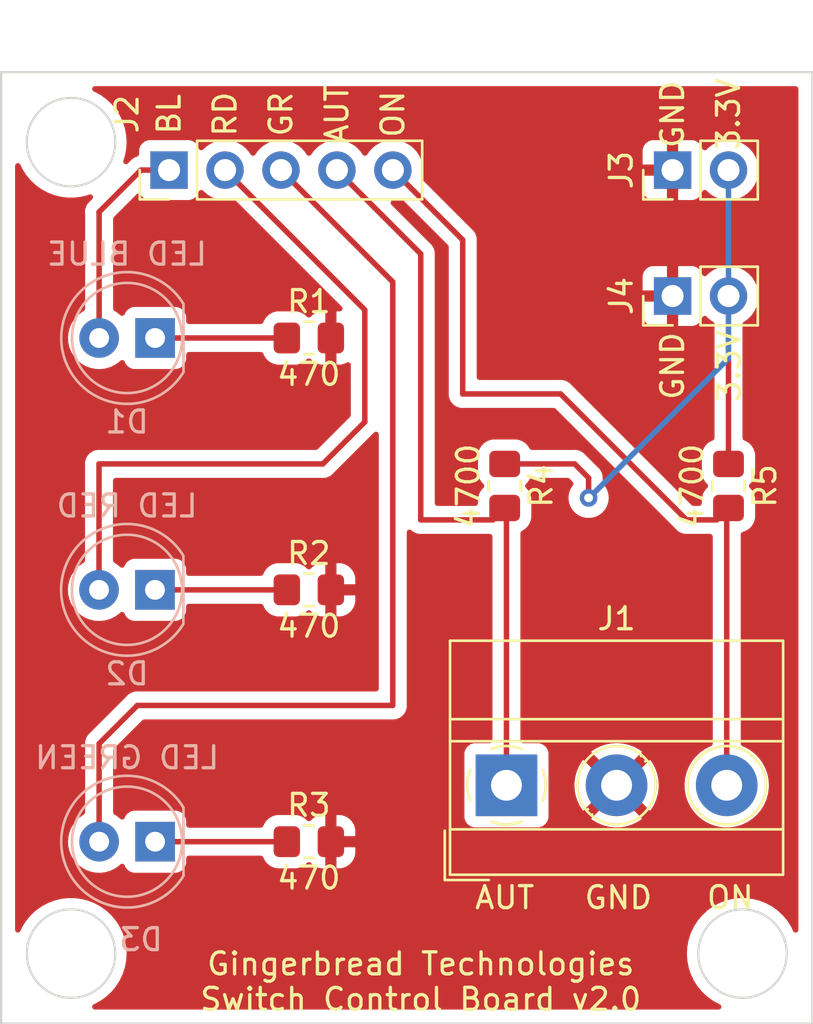
<source format=kicad_pcb>
(kicad_pcb (version 20211014) (generator pcbnew)
  (layers (0 "F.Cu" signal) (31 "B.Cu" signal) (34 "B.Paste" user) (35 "F.Paste" user) (36 "B.SilkS" user "B.Silkscreen") (37 "F.SilkS" user "F.Silkscreen") (38 "B.Mask" user) (39 "F.Mask" user) (44 "Edge.Cuts" user))
  (net 0 "")
  (net 1 "Net-(D1-Pad1)")
  (net 2 "Net-(D1-Pad2)")
  (net 3 "Net-(D2-Pad1)")
  (net 4 "Net-(D2-Pad2)")
  (net 5 "Net-(D3-Pad1)")
  (net 6 "Net-(D3-Pad2)")
  (net 7 "GND")
  (net 8 "+3.3V")
  (net 9 "Net-(J2-Pad4)")
  (net 10 "Net-(J2-Pad5)")
  (footprint "Connector_PinHeader_2.54mm:PinHeader_1x02_P2.54mm_Vertical" (layer "F.Cu") (at 155.575 86.36 90)
    (fp_text reference "J3" (at 0 -2.33 90) (layer "F.SilkS"))
    (fp_text value "Conn_01x02_Female")
    (fp_text user "3.3V" (at 2.54 2.54 90 unlocked) (layer "F.SilkS"))
    (fp_text user "GND" (at 2.54 0 90 unlocked) (layer "F.SilkS"))
    (fp_line (start -1.33 -1.33) (end 0 -1.33) (layer "F.SilkS") (width 0.12))
    (fp_line (start -1.33 1.27) (end -1.33 3.87) (layer "F.SilkS") (width 0.12))
    (fp_line (start -1.33 0) (end -1.33 -1.33) (layer "F.SilkS") (width 0.12))
    (fp_line (start -1.33 3.87) (end 1.33 3.87) (layer "F.SilkS") (width 0.12))
    (fp_line (start -1.33 1.27) (end 1.33 1.27) (layer "F.SilkS") (width 0.12))
    (fp_line (start 1.33 1.27) (end 1.33 3.87) (layer "F.SilkS") (width 0.12))
    (pad "1" thru_hole rect (at 0 0 90) (size 1.7 1.7) (drill 1) (layers *.Cu *.Mask) (net 7 "GND"))
    (pad "2" thru_hole oval (at 0 2.54 90) (size 1.7 1.7) (drill 1) (layers *.Cu *.Mask) (net 8 "+3.3V"))
  )
  (footprint "TerminalBlock_MetzConnect:TerminalBlock_MetzConnect_Type011_RT05503HBWC_1x03_P5.00mm_Horizontal" (layer "F.Cu") (at 148.035 114.28)
    (fp_text reference "J1" (at 5 -7.56) (layer "F.SilkS"))
    (fp_text value "Screw_Terminal_01x03")
    (fp_text user "AUT" (at -0.08 5.1 unlocked) (layer "F.SilkS"))
    (fp_text user "ON" (at 10.16 5.1 unlocked) (layer "F.SilkS"))
    (fp_text user "GND" (at 5.08 5.1 unlocked) (layer "F.SilkS"))
    (fp_line (start 11.133 -1.35) (end 11.108 -1.326) (layer "F.SilkS") (width 0.12))
    (fp_line (start 6.35 -1.133) (end 6.301 -1.083) (layer "F.SilkS") (width 0.12))
    (fp_line (start 8.7 1.083) (end 8.65 1.133) (layer "F.SilkS") (width 0.12))
    (fp_line (start -2.8 4.3) (end -0.8 4.3) (layer "F.SilkS") (width 0.12))
    (fp_line (start -2.56 -6.56) (end 12.56 -6.56) (layer "F.SilkS") (width 0.12))
    (fp_line (start -2.56 -6.56) (end -2.56 4.06) (layer "F.SilkS") (width 0.12))
    (fp_line (start 3.892 1.325) (end 3.868 1.35) (layer "F.SilkS") (width 0.12))
    (fp_line (start 8.892 1.325) (end 8.868 1.35) (layer "F.SilkS") (width 0.12))
    (fp_line (start -2.56 -2) (end 12.56 -2) (layer "F.SilkS") (width 0.12))
    (fp_line (start -2.56 2) (end 12.56 2) (layer "F.SilkS") (width 0.12))
    (fp_line (start -2.56 4.06) (end 12.56 4.06) (layer "F.SilkS") (width 0.12))
    (fp_line (start 12.56 -6.56) (end 12.56 4.06) (layer "F.SilkS") (width 0.12))
    (fp_line (start -2.8 2.06) (end -2.8 4.3) (layer "F.SilkS") (width 0.12))
    (fp_line (start 11.35 -1.133) (end 11.301 -1.083) (layer "F.SilkS") (width 0.12))
    (fp_line (start 6.133 -1.35) (end 6.108 -1.326) (layer "F.SilkS") (width 0.12))
    (fp_line (start 3.7 1.083) (end 3.65 1.133) (layer "F.SilkS") (width 0.12))
    (fp_line (start -2.56 -3) (end 12.56 -3) (layer "F.SilkS") (width 0.12))
    (fp_arc (start 0.695501 1.638499) (mid 0.354875 1.744266) (end 0 1.78) (layer "F.SilkS") (width 0.12))
    (fp_arc (start 0.030814 1.78039) (mid -0.340023 1.747891) (end -0.696 1.639) (layer "F.SilkS") (width 0.12))
    (fp_arc (start 1.639206 -0.695516) (mid 1.780657 0.000263) (end 1.639 0.696) (layer "F.SilkS") (width 0.12))
    (fp_arc (start -0.695516 -1.639206) (mid 0.000263 -1.780657) (end 0.696 -1.639) (layer "F.SilkS") (width 0.12))
    (fp_arc (start -1.639206 0.695516) (mid -1.780657 -0.000263) (end -1.639 -0.696) (layer "F.SilkS") (width 0.12))
    (fp_circle (center 10 0) (end 11.78 0) (layer "F.SilkS") (width 0.12) (fill none))
    (fp_circle (center 5 0) (end 6.78 0) (layer "F.SilkS") (width 0.12) (fill none))
    (pad "1" thru_hole rect (at 0 0) (size 2.8 2.8) (drill 1.4) (layers *.Cu *.Mask) (net 9 "Net-(J2-Pad4)"))
    (pad "2" thru_hole circle (at 5 0) (size 2.8 2.8) (drill 1.4) (layers *.Cu *.Mask) (net 7 "GND"))
    (pad "3" thru_hole circle (at 10 0) (size 2.8 2.8) (drill 1.4) (layers *.Cu *.Mask) (net 10 "Net-(J2-Pad5)"))
  )
  (footprint "Resistor_SMD:R_0805_2012Metric_Pad1.20x1.40mm_HandSolder" (layer "F.Cu") (at 139.065 105.41)
    (fp_text reference "R2" (at 0 -1.65) (layer "F.SilkS"))
    (fp_text value "470" (at 0 1.65) (layer "F.SilkS"))
    (fp_line (start -0.227064 -0.735) (end 0.227064 -0.735) (layer "F.SilkS") (width 0.12))
    (fp_line (start -0.227064 0.735) (end 0.227064 0.735) (layer "F.SilkS") (width 0.12))
    (pad "1" smd roundrect (at -1 0) (size 1.2 1.4) (layers "F.Cu" "F.Paste" "F.Mask") (roundrect_rratio 0.2083333333) (net 3 "Net-(D2-Pad1)"))
    (pad "2" smd roundrect (at 1 0) (size 1.2 1.4) (layers "F.Cu" "F.Paste" "F.Mask") (roundrect_rratio 0.2083333333) (net 7 "GND"))
  )
  (footprint "Resistor_SMD:R_0805_2012Metric_Pad1.20x1.40mm_HandSolder" (layer "F.Cu") (at 139.065 116.84)
    (fp_text reference "R3" (at 0 -1.65) (layer "F.SilkS"))
    (fp_text value "470" (at 0 1.65) (layer "F.SilkS"))
    (fp_line (start -0.227064 0.735) (end 0.227064 0.735) (layer "F.SilkS") (width 0.12))
    (fp_line (start -0.227064 -0.735) (end 0.227064 -0.735) (layer "F.SilkS") (width 0.12))
    (pad "1" smd roundrect (at -1 0) (size 1.2 1.4) (layers "F.Cu" "F.Paste" "F.Mask") (roundrect_rratio 0.2083333333) (net 5 "Net-(D3-Pad1)"))
    (pad "2" smd roundrect (at 1 0) (size 1.2 1.4) (layers "F.Cu" "F.Paste" "F.Mask") (roundrect_rratio 0.2083333333) (net 7 "GND"))
  )
  (footprint "Connector_PinHeader_2.54mm:PinHeader_1x05_P2.54mm_Vertical" (layer "F.Cu") (at 132.72 86.36 90)
    (fp_text reference "J2" (at 2.54 -1.91 90) (layer "F.SilkS"))
    (fp_text value "Conn_01x05_Female")
    (fp_text user "BL" (at 2.54 0 90 unlocked) (layer "F.SilkS"))
    (fp_text user "GR" (at 2.54 5.08 90 unlocked) (layer "F.SilkS"))
    (fp_text user "ON" (at 2.54 10.16 90 unlocked) (layer "F.SilkS"))
    (fp_text user "AUT" (at 2.54 7.62 90 unlocked) (layer "F.SilkS"))
    (fp_text user "RD" (at 2.54 2.54 90 unlocked) (layer "F.SilkS"))
    (fp_line (start 1.33 1.27) (end 1.33 11.49) (layer "F.SilkS") (width 0.12))
    (fp_line (start -1.33 0) (end -1.33 -1.33) (layer "F.SilkS") (width 0.12))
    (fp_line (start -1.33 -1.33) (end 0 -1.33) (layer "F.SilkS") (width 0.12))
    (fp_line (start -1.33 1.27) (end -1.33 11.49) (layer "F.SilkS") (width 0.12))
    (fp_line (start -1.33 1.27) (end 1.33 1.27) (layer "F.SilkS") (width 0.12))
    (fp_line (start -1.33 11.49) (end 1.33 11.49) (layer "F.SilkS") (width 0.12))
    (pad "1" thru_hole rect (at 0 0 90) (size 1.7 1.7) (drill 1) (layers *.Cu *.Mask) (net 2 "Net-(D1-Pad2)"))
    (pad "2" thru_hole oval (at 0 2.54 90) (size 1.7 1.7) (drill 1) (layers *.Cu *.Mask) (net 4 "Net-(D2-Pad2)"))
    (pad "3" thru_hole oval (at 0 5.08 90) (size 1.7 1.7) (drill 1) (layers *.Cu *.Mask) (net 6 "Net-(D3-Pad2)"))
    (pad "4" thru_hole oval (at 0 7.62 90) (size 1.7 1.7) (drill 1) (layers *.Cu *.Mask) (net 9 "Net-(J2-Pad4)"))
    (pad "5" thru_hole oval (at 0 10.16 90) (size 1.7 1.7) (drill 1) (layers *.Cu *.Mask) (net 10 "Net-(J2-Pad5)"))
  )
  (footprint "Resistor_SMD:R_0805_2012Metric_Pad1.20x1.40mm_HandSolder" (layer "F.Cu") (at 147.955 100.695 -90)
    (fp_text reference "R4" (at 0 -1.65 90) (layer "F.SilkS"))
    (fp_text value "4700" (at 0 1.65 90) (layer "F.SilkS"))
    (fp_line (start -0.227064 0.735) (end 0.227064 0.735) (layer "F.SilkS") (width 0.12))
    (fp_line (start -0.227064 -0.735) (end 0.227064 -0.735) (layer "F.SilkS") (width 0.12))
    (pad "1" smd roundrect (at -1 0 270) (size 1.2 1.4) (layers "F.Cu" "F.Paste" "F.Mask") (roundrect_rratio 0.2083333333) (net 8 "+3.3V"))
    (pad "2" smd roundrect (at 1 0 270) (size 1.2 1.4) (layers "F.Cu" "F.Paste" "F.Mask") (roundrect_rratio 0.2083333333) (net 9 "Net-(J2-Pad4)"))
  )
  (footprint "Connector_PinHeader_2.54mm:PinHeader_1x02_P2.54mm_Vertical" (layer "F.Cu") (at 155.575 92.075 90)
    (fp_text reference "J4" (at 0 -2.33 90) (layer "F.SilkS"))
    (fp_text value "Conn_01x02_Female")
    (fp_line (start -1.33 0) (end -1.33 -1.33) (layer "F.SilkS") (width 0.12))
    (fp_line (start -1.33 -1.33) (end 0 -1.33) (layer "F.SilkS") (width 0.12))
    (fp_line (start -1.33 1.27) (end -1.33 3.87) (layer "F.SilkS") (width 0.12))
    (fp_line (start -1.33 3.87) (end 1.33 3.87) (layer "F.SilkS") (width 0.12))
    (fp_line (start 1.33 1.27) (end 1.33 3.87) (layer "F.SilkS") (width 0.12))
    (fp_line (start -1.33 1.27) (end 1.33 1.27) (layer "F.SilkS") (width 0.12))
    (pad "1" thru_hole rect (at 0 0 90) (size 1.7 1.7) (drill 1) (layers *.Cu *.Mask) (net 7 "GND"))
    (pad "2" thru_hole oval (at 0 2.54 90) (size 1.7 1.7) (drill 1) (layers *.Cu *.Mask) (net 8 "+3.3V"))
  )
  (footprint "Resistor_SMD:R_0805_2012Metric_Pad1.20x1.40mm_HandSolder" (layer "F.Cu") (at 139.065 93.98)
    (fp_text reference "R1" (at 0 -1.65) (layer "F.SilkS"))
    (fp_text value "470" (at 0 1.65) (layer "F.SilkS"))
    (fp_line (start -0.227064 -0.735) (end 0.227064 -0.735) (layer "F.SilkS") (width 0.12))
    (fp_line (start -0.227064 0.735) (end 0.227064 0.735) (layer "F.SilkS") (width 0.12))
    (pad "1" smd roundrect (at -1 0) (size 1.2 1.4) (layers "F.Cu" "F.Paste" "F.Mask") (roundrect_rratio 0.2083333333) (net 1 "Net-(D1-Pad1)"))
    (pad "2" smd roundrect (at 1 0) (size 1.2 1.4) (layers "F.Cu" "F.Paste" "F.Mask") (roundrect_rratio 0.2083333333) (net 7 "GND"))
  )
  (footprint "Resistor_SMD:R_0805_2012Metric_Pad1.20x1.40mm_HandSolder" (layer "F.Cu") (at 158.115 100.695 -90)
    (fp_text reference "R5" (at 0 -1.65 90) (layer "F.SilkS"))
    (fp_text value "4700" (at 0 1.65 90) (layer "F.SilkS"))
    (fp_line (start -0.227064 0.735) (end 0.227064 0.735) (layer "F.SilkS") (width 0.12))
    (fp_line (start -0.227064 -0.735) (end 0.227064 -0.735) (layer "F.SilkS") (width 0.12))
    (pad "1" smd roundrect (at -1 0 270) (size 1.2 1.4) (layers "F.Cu" "F.Paste" "F.Mask") (roundrect_rratio 0.2083333333) (net 8 "+3.3V"))
    (pad "2" smd roundrect (at 1 0 270) (size 1.2 1.4) (layers "F.Cu" "F.Paste" "F.Mask") (roundrect_rratio 0.2083333333) (net 10 "Net-(J2-Pad5)"))
  )
  (footprint "LED_THT:LED_D5.0mm" (layer "B.Cu") (at 132.085 116.84 180)
    (fp_text reference "D3" (at 0.64 -4.445) (layer "B.SilkS") (effects (justify mirror)))
    (fp_text value "LED GREEN" (at 1.27 3.81 180) (layer "B.SilkS") (effects (justify mirror)))
    (fp_line (start -1.29 1.545) (end -1.29 -1.545) (layer "B.SilkS") (width 0.12))
    (fp_arc (start 4.26 -0.000462) (mid 2.072002 2.880433) (end -1.29 1.54483) (layer "B.SilkS") (width 0.12))
    (fp_arc (start -1.29 -1.54483) (mid 2.072002 -2.880433) (end 4.26 0.000462) (layer "B.SilkS") (width 0.12))
    (fp_circle (center 1.27 0) (end 3.77 0) (layer "B.SilkS") (width 0.12) (fill none))
    (pad "1" thru_hole rect (at 0 0 180) (size 1.8 1.8) (drill 0.9) (layers *.Cu *.Mask) (net 5 "Net-(D3-Pad1)"))
    (pad "2" thru_hole circle (at 2.54 0 180) (size 1.8 1.8) (drill 0.9) (layers *.Cu *.Mask) (net 6 "Net-(D3-Pad2)"))
  )
  (footprint "LED_THT:LED_D5.0mm" (layer "B.Cu") (at 132.08 105.41 180)
    (fp_text reference "D2" (at 1.27 -3.81) (layer "B.SilkS") (effects (justify mirror)))
    (fp_text value "LED RED" (at 1.27 3.81) (layer "B.SilkS") (effects (justify mirror)))
    (fp_line (start -1.29 1.545) (end -1.29 -1.545) (layer "B.SilkS") (width 0.12))
    (fp_arc (start -1.29 -1.54483) (mid 2.072002 -2.880433) (end 4.26 0.000462) (layer "B.SilkS") (width 0.12))
    (fp_arc (start 4.26 -0.000462) (mid 2.072002 2.880433) (end -1.29 1.54483) (layer "B.SilkS") (width 0.12))
    (fp_circle (center 1.27 0) (end 3.77 0) (layer "B.SilkS") (width 0.12) (fill none))
    (pad "1" thru_hole rect (at 0 0 180) (size 1.8 1.8) (drill 0.9) (layers *.Cu *.Mask) (net 3 "Net-(D2-Pad1)"))
    (pad "2" thru_hole circle (at 2.54 0 180) (size 1.8 1.8) (drill 0.9) (layers *.Cu *.Mask) (net 4 "Net-(D2-Pad2)"))
  )
  (footprint "LED_THT:LED_D5.0mm" (layer "B.Cu") (at 132.085 93.98 180)
    (fp_text reference "D1" (at 1.275 -3.81) (layer "B.SilkS") (effects (justify mirror)))
    (fp_text value "LED BLUE" (at 1.275 3.81 180) (layer "B.SilkS") (effects (justify mirror)))
    (fp_line (start -1.29 1.545) (end -1.29 -1.545) (layer "B.SilkS") (width 0.12))
    (fp_arc (start -1.29 -1.54483) (mid 2.072002 -2.880433) (end 4.26 0.000462) (layer "B.SilkS") (width 0.12))
    (fp_arc (start 4.26 -0.000462) (mid 2.072002 2.880433) (end -1.29 1.54483) (layer "B.SilkS") (width 0.12))
    (fp_circle (center 1.27 0) (end 3.77 0) (layer "B.SilkS") (width 0.12) (fill none))
    (pad "1" thru_hole rect (at 0 0 180) (size 1.8 1.8) (drill 0.9) (layers *.Cu *.Mask) (net 1 "Net-(D1-Pad1)"))
    (pad "2" thru_hole circle (at 2.54 0 180) (size 1.8 1.8) (drill 0.9) (layers *.Cu *.Mask) (net 2 "Net-(D1-Pad2)"))
  )
  (gr_line (start 161.925 81.915) (end 161.925 125.095) (layer "Edge.Cuts") (width 0.1))
  (gr_line (start 125.095 125.095) (end 125.095 81.915) (layer "Edge.Cuts") (width 0.1))
  (gr_line (start 161.925 125.095) (end 125.095 125.095) (layer "Edge.Cuts") (width 0.1))
  (gr_circle (center 128.27 121.92) (end 128.905 120.015) (layer "Edge.Cuts") (width 0.1) (fill none))
  (gr_circle (center 158.75 121.92) (end 159.385 120.015) (layer "Edge.Cuts") (width 0.1) (fill none))
  (gr_line (start 125.095 81.915) (end 161.925 81.915) (layer "Edge.Cuts") (width 0.1))
  (gr_circle (center 128.27 85.09) (end 128.905 83.185) (layer "Edge.Cuts") (width 0.1) (fill none))
  (gr_text "3.3V" (at 158.145 95.25 90) (layer "F.SilkS") (effects (font (size 1 1))))
  (gr_text "GND" (at 155.575 95.25 90) (layer "F.SilkS") (effects (font (size 1 1))))
  (gr_text "Gingerbread Technologies\nSwitch Control Board v2.0" (at 144.145 123.19) (layer "F.SilkS") (effects (font (size 1 1))))
  (segment (start 138.065 93.98) (end 132.085 93.98) (width 0.25) (layer "F.Cu") (net 1))
  (segment (start 131.445 86.36) (end 129.54 88.265) (width 0.25) (layer "F.Cu") (net 2))
  (segment (start 132.72 86.36) (end 131.445 86.36) (width 0.25) (layer "F.Cu") (net 2))
  (segment (start 129.54 88.265) (end 129.545 88.27) (width 0.25) (layer "F.Cu") (net 2))
  (segment (start 129.545 88.27) (end 129.545 93.98) (width 0.25) (layer "F.Cu") (net 2))
  (segment (start 138.065 105.41) (end 132.08 105.41) (width 0.25) (layer "F.Cu") (net 3))
  (segment (start 135.26 86.36) (end 141.605 92.705) (width 0.25) (layer "F.Cu") (net 4))
  (segment (start 129.54 99.695) (end 129.54 105.41) (width 0.25) (layer "F.Cu") (net 4))
  (segment (start 139.7 99.695) (end 129.54 99.695) (width 0.25) (layer "F.Cu") (net 4))
  (segment (start 141.605 97.79) (end 139.7 99.695) (width 0.25) (layer "F.Cu") (net 4))
  (segment (start 141.605 92.705) (end 141.605 97.79) (width 0.25) (layer "F.Cu") (net 4))
  (segment (start 138.065 116.84) (end 132.085 116.84) (width 0.25) (layer "F.Cu") (net 5))
  (segment (start 129.545 112.39) (end 129.545 116.84) (width 0.25) (layer "F.Cu") (net 6))
  (segment (start 137.8 86.36) (end 142.875 91.435) (width 0.25) (layer "F.Cu") (net 6))
  (segment (start 131.278173 110.656827) (end 129.545 112.39) (width 0.25) (layer "F.Cu") (net 6))
  (segment (start 142.875 91.435) (end 142.875 110.656827) (width 0.25) (layer "F.Cu") (net 6))
  (segment (start 142.875 110.656827) (end 131.278173 110.656827) (width 0.25) (layer "F.Cu") (net 6))
  (segment (start 147.955 99.695) (end 151.13 99.695) (width 0.25) (layer "F.Cu") (net 8))
  (segment (start 158.115 99.695) (end 158.115 92.075) (width 0.25) (layer "F.Cu") (net 8))
  (segment (start 151.765 100.965) (end 151.765 101.235497) (width 0.25) (layer "F.Cu") (net 8))
  (segment (start 151.765 100.33) (end 151.765 100.965) (width 0.25) (layer "F.Cu") (net 8))
  (segment (start 151.13 99.695) (end 151.765 100.33) (width 0.25) (layer "F.Cu") (net 8))
  (via (at 151.765 101.235497) (size 0.8) (drill 0.4) (layers "F.Cu" "B.Cu") (net 8))
  (segment (start 151.765 101.235497) (end 151.790802 101.235497) (width 0.25) (layer "B.Cu") (net 8))
  (segment (start 158.115 92.075) (end 158.115 86.36) (width 0.25) (layer "B.Cu") (net 8))
  (segment (start 151.790802 101.235497) (end 158.115 94.911299) (width 0.25) (layer "B.Cu") (net 8))
  (segment (start 158.115 94.911299) (end 158.115 92.075) (width 0.25) (layer "B.Cu") (net 8))
  (segment (start 147.415 102.235) (end 147.955 101.695) (width 0.25) (layer "F.Cu") (net 9))
  (segment (start 148.035 114.28) (end 148.035 101.775) (width 0.25) (layer "F.Cu") (net 9))
  (segment (start 140.34 86.36) (end 144.145 90.165) (width 0.25) (layer "F.Cu") (net 9))
  (segment (start 144.145 90.165) (end 144.145 102.235) (width 0.25) (layer "F.Cu") (net 9))
  (segment (start 148.035 101.775) (end 147.955 101.695) (width 0.25) (layer "F.Cu") (net 9))
  (segment (start 144.145 102.235) (end 147.415 102.235) (width 0.25) (layer "F.Cu") (net 9))
  (segment (start 150.495 96.52) (end 156.21 102.235) (width 0.25) (layer "F.Cu") (net 10))
  (segment (start 142.88 86.36) (end 146.05 89.53) (width 0.25) (layer "F.Cu") (net 10))
  (segment (start 156.21 102.235) (end 157.575 102.235) (width 0.25) (layer "F.Cu") (net 10))
  (segment (start 157.575 102.235) (end 158.115 101.695) (width 0.25) (layer "F.Cu") (net 10))
  (segment (start 146.05 96.52) (end 150.495 96.52) (width 0.25) (layer "F.Cu") (net 10))
  (segment (start 158.035 114.28) (end 158.035 101.775) (width 0.25) (layer "F.Cu") (net 10))
  (segment (start 158.035 101.775) (end 158.115 101.695) (width 0.25) (layer "F.Cu") (net 10))
  (segment (start 146.05 89.53) (end 146.05 96.52) (width 0.25) (layer "F.Cu") (net 10))
  (zone (net 7) (net_name "GND") (layer "F.Cu") (connect_pads (clearance 0.508)) (min_thickness 0.254) (fill yes (thermal_gap 0.508) (thermal_bridge_width 0.508))
    (polygon (pts (xy 161.29 124.46) (xy 125.73 124.46) (xy 125.73 82.55) (xy 161.29 82.55)))
  )
)
</source>
